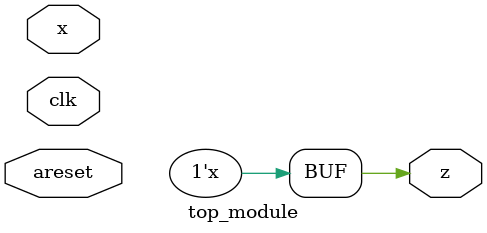
<source format=sv>
module top_module (
    input clk,
    input areset,
    input x,
    output reg z
);

localparam S0 = 1'b0, S1 = 1'b1;
reg state, next_state;
reg [31:0] num, neg_num;

always @(posedge clk, posedge areset) begin
    if (areset) begin
        state <= S0;
        num <= 32'b0;
        z <= 1'b0;
    end else begin
        state <= next_state;
        num <= {num[30:0], x};
    end
end

always @(*) begin
    next_state = state;
    case (state)
        S0: begin
            if (~areset) begin
                next_state = S1;
                neg_num = ~num + 1'b1;
            end
        end
        S1: begin
            z = neg_num[0];
            neg_num = {neg_num[30:0], 1'b0};
        end
    endcase
end

endmodule

</source>
